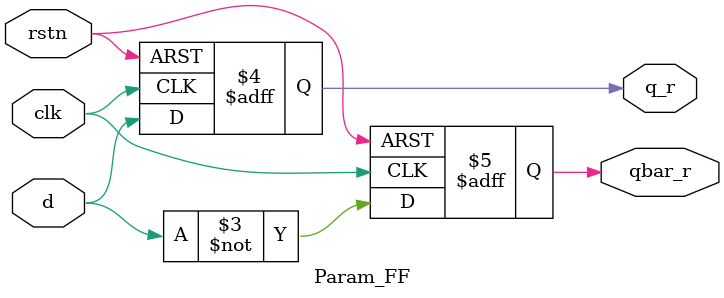
<source format=v>
module Param_FF(d, rstn, clk, q_r, qbar_r);

parameter FF_TYPE = "DFF";
input d, rstn, clk;
output reg q_r, qbar_r;

always @(posedge clk, negedge rstn) begin

    if(~rstn)begin
        q_r <= 1'b0;
        qbar_r <= 1'b1;
    end
    else if(FF_TYPE == "TFF") begin
        if(d)begin
        q_r <= qbar_r;
        qbar_r <= q_r;
        end
    end
    else begin
        q_r <= d;
        qbar_r <= ~(d);
    end
    
end

endmodule
</source>
